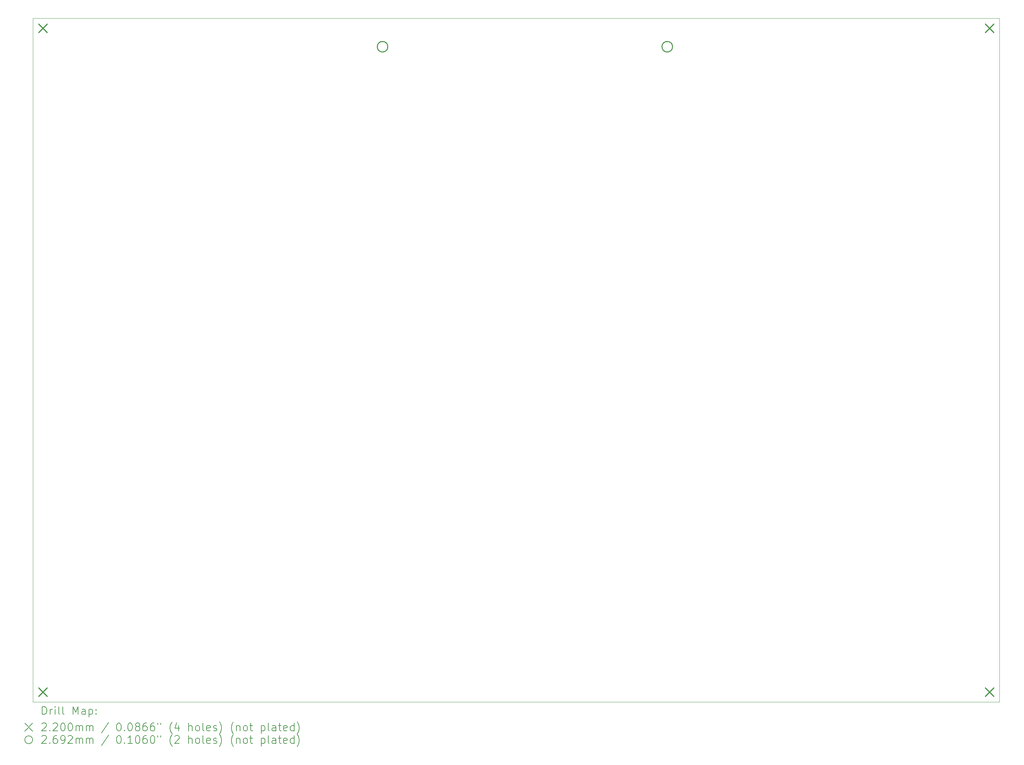
<source format=gbr>
%TF.GenerationSoftware,KiCad,Pcbnew,7.0.2*%
%TF.CreationDate,2023-07-28T09:11:51+01:00*%
%TF.ProjectId,Air quality project,41697220-7175-4616-9c69-74792070726f,rev?*%
%TF.SameCoordinates,Original*%
%TF.FileFunction,Drillmap*%
%TF.FilePolarity,Positive*%
%FSLAX45Y45*%
G04 Gerber Fmt 4.5, Leading zero omitted, Abs format (unit mm)*
G04 Created by KiCad (PCBNEW 7.0.2) date 2023-07-28 09:11:51*
%MOMM*%
%LPD*%
G01*
G04 APERTURE LIST*
%ADD10C,0.100000*%
%ADD11C,0.200000*%
%ADD12C,0.220000*%
%ADD13C,0.269240*%
G04 APERTURE END LIST*
D10*
X2000000Y-2000000D02*
X26650000Y-2000000D01*
X26650000Y-19450000D01*
X2000000Y-19450000D01*
X2000000Y-2000000D01*
D11*
D12*
X2142000Y-2142000D02*
X2362000Y-2362000D01*
X2362000Y-2142000D02*
X2142000Y-2362000D01*
X2142000Y-19088000D02*
X2362000Y-19308000D01*
X2362000Y-19088000D02*
X2142000Y-19308000D01*
X26288000Y-2141000D02*
X26508000Y-2361000D01*
X26508000Y-2141000D02*
X26288000Y-2361000D01*
X26288000Y-19088000D02*
X26508000Y-19308000D01*
X26508000Y-19088000D02*
X26288000Y-19308000D01*
D13*
X11052620Y-2727000D02*
G75*
G03*
X11052620Y-2727000I-134620J0D01*
G01*
X18312620Y-2727000D02*
G75*
G03*
X18312620Y-2727000I-134620J0D01*
G01*
D11*
X2242619Y-19767524D02*
X2242619Y-19567524D01*
X2242619Y-19567524D02*
X2290238Y-19567524D01*
X2290238Y-19567524D02*
X2318810Y-19577048D01*
X2318810Y-19577048D02*
X2337857Y-19596095D01*
X2337857Y-19596095D02*
X2347381Y-19615143D01*
X2347381Y-19615143D02*
X2356905Y-19653238D01*
X2356905Y-19653238D02*
X2356905Y-19681810D01*
X2356905Y-19681810D02*
X2347381Y-19719905D01*
X2347381Y-19719905D02*
X2337857Y-19738952D01*
X2337857Y-19738952D02*
X2318810Y-19758000D01*
X2318810Y-19758000D02*
X2290238Y-19767524D01*
X2290238Y-19767524D02*
X2242619Y-19767524D01*
X2442619Y-19767524D02*
X2442619Y-19634190D01*
X2442619Y-19672286D02*
X2452143Y-19653238D01*
X2452143Y-19653238D02*
X2461667Y-19643714D01*
X2461667Y-19643714D02*
X2480714Y-19634190D01*
X2480714Y-19634190D02*
X2499762Y-19634190D01*
X2566429Y-19767524D02*
X2566429Y-19634190D01*
X2566429Y-19567524D02*
X2556905Y-19577048D01*
X2556905Y-19577048D02*
X2566429Y-19586571D01*
X2566429Y-19586571D02*
X2575952Y-19577048D01*
X2575952Y-19577048D02*
X2566429Y-19567524D01*
X2566429Y-19567524D02*
X2566429Y-19586571D01*
X2690238Y-19767524D02*
X2671190Y-19758000D01*
X2671190Y-19758000D02*
X2661667Y-19738952D01*
X2661667Y-19738952D02*
X2661667Y-19567524D01*
X2795000Y-19767524D02*
X2775952Y-19758000D01*
X2775952Y-19758000D02*
X2766429Y-19738952D01*
X2766429Y-19738952D02*
X2766429Y-19567524D01*
X3023571Y-19767524D02*
X3023571Y-19567524D01*
X3023571Y-19567524D02*
X3090238Y-19710381D01*
X3090238Y-19710381D02*
X3156905Y-19567524D01*
X3156905Y-19567524D02*
X3156905Y-19767524D01*
X3337857Y-19767524D02*
X3337857Y-19662762D01*
X3337857Y-19662762D02*
X3328333Y-19643714D01*
X3328333Y-19643714D02*
X3309286Y-19634190D01*
X3309286Y-19634190D02*
X3271190Y-19634190D01*
X3271190Y-19634190D02*
X3252143Y-19643714D01*
X3337857Y-19758000D02*
X3318809Y-19767524D01*
X3318809Y-19767524D02*
X3271190Y-19767524D01*
X3271190Y-19767524D02*
X3252143Y-19758000D01*
X3252143Y-19758000D02*
X3242619Y-19738952D01*
X3242619Y-19738952D02*
X3242619Y-19719905D01*
X3242619Y-19719905D02*
X3252143Y-19700857D01*
X3252143Y-19700857D02*
X3271190Y-19691333D01*
X3271190Y-19691333D02*
X3318809Y-19691333D01*
X3318809Y-19691333D02*
X3337857Y-19681810D01*
X3433095Y-19634190D02*
X3433095Y-19834190D01*
X3433095Y-19643714D02*
X3452143Y-19634190D01*
X3452143Y-19634190D02*
X3490238Y-19634190D01*
X3490238Y-19634190D02*
X3509286Y-19643714D01*
X3509286Y-19643714D02*
X3518809Y-19653238D01*
X3518809Y-19653238D02*
X3528333Y-19672286D01*
X3528333Y-19672286D02*
X3528333Y-19729429D01*
X3528333Y-19729429D02*
X3518809Y-19748476D01*
X3518809Y-19748476D02*
X3509286Y-19758000D01*
X3509286Y-19758000D02*
X3490238Y-19767524D01*
X3490238Y-19767524D02*
X3452143Y-19767524D01*
X3452143Y-19767524D02*
X3433095Y-19758000D01*
X3614048Y-19748476D02*
X3623571Y-19758000D01*
X3623571Y-19758000D02*
X3614048Y-19767524D01*
X3614048Y-19767524D02*
X3604524Y-19758000D01*
X3604524Y-19758000D02*
X3614048Y-19748476D01*
X3614048Y-19748476D02*
X3614048Y-19767524D01*
X3614048Y-19643714D02*
X3623571Y-19653238D01*
X3623571Y-19653238D02*
X3614048Y-19662762D01*
X3614048Y-19662762D02*
X3604524Y-19653238D01*
X3604524Y-19653238D02*
X3614048Y-19643714D01*
X3614048Y-19643714D02*
X3614048Y-19662762D01*
X1795000Y-19995000D02*
X1995000Y-20195000D01*
X1995000Y-19995000D02*
X1795000Y-20195000D01*
X2233095Y-20006571D02*
X2242619Y-19997048D01*
X2242619Y-19997048D02*
X2261667Y-19987524D01*
X2261667Y-19987524D02*
X2309286Y-19987524D01*
X2309286Y-19987524D02*
X2328333Y-19997048D01*
X2328333Y-19997048D02*
X2337857Y-20006571D01*
X2337857Y-20006571D02*
X2347381Y-20025619D01*
X2347381Y-20025619D02*
X2347381Y-20044667D01*
X2347381Y-20044667D02*
X2337857Y-20073238D01*
X2337857Y-20073238D02*
X2223571Y-20187524D01*
X2223571Y-20187524D02*
X2347381Y-20187524D01*
X2433095Y-20168476D02*
X2442619Y-20178000D01*
X2442619Y-20178000D02*
X2433095Y-20187524D01*
X2433095Y-20187524D02*
X2423571Y-20178000D01*
X2423571Y-20178000D02*
X2433095Y-20168476D01*
X2433095Y-20168476D02*
X2433095Y-20187524D01*
X2518810Y-20006571D02*
X2528333Y-19997048D01*
X2528333Y-19997048D02*
X2547381Y-19987524D01*
X2547381Y-19987524D02*
X2595000Y-19987524D01*
X2595000Y-19987524D02*
X2614048Y-19997048D01*
X2614048Y-19997048D02*
X2623571Y-20006571D01*
X2623571Y-20006571D02*
X2633095Y-20025619D01*
X2633095Y-20025619D02*
X2633095Y-20044667D01*
X2633095Y-20044667D02*
X2623571Y-20073238D01*
X2623571Y-20073238D02*
X2509286Y-20187524D01*
X2509286Y-20187524D02*
X2633095Y-20187524D01*
X2756905Y-19987524D02*
X2775952Y-19987524D01*
X2775952Y-19987524D02*
X2795000Y-19997048D01*
X2795000Y-19997048D02*
X2804524Y-20006571D01*
X2804524Y-20006571D02*
X2814048Y-20025619D01*
X2814048Y-20025619D02*
X2823571Y-20063714D01*
X2823571Y-20063714D02*
X2823571Y-20111333D01*
X2823571Y-20111333D02*
X2814048Y-20149429D01*
X2814048Y-20149429D02*
X2804524Y-20168476D01*
X2804524Y-20168476D02*
X2795000Y-20178000D01*
X2795000Y-20178000D02*
X2775952Y-20187524D01*
X2775952Y-20187524D02*
X2756905Y-20187524D01*
X2756905Y-20187524D02*
X2737857Y-20178000D01*
X2737857Y-20178000D02*
X2728333Y-20168476D01*
X2728333Y-20168476D02*
X2718810Y-20149429D01*
X2718810Y-20149429D02*
X2709286Y-20111333D01*
X2709286Y-20111333D02*
X2709286Y-20063714D01*
X2709286Y-20063714D02*
X2718810Y-20025619D01*
X2718810Y-20025619D02*
X2728333Y-20006571D01*
X2728333Y-20006571D02*
X2737857Y-19997048D01*
X2737857Y-19997048D02*
X2756905Y-19987524D01*
X2947381Y-19987524D02*
X2966429Y-19987524D01*
X2966429Y-19987524D02*
X2985476Y-19997048D01*
X2985476Y-19997048D02*
X2995000Y-20006571D01*
X2995000Y-20006571D02*
X3004524Y-20025619D01*
X3004524Y-20025619D02*
X3014048Y-20063714D01*
X3014048Y-20063714D02*
X3014048Y-20111333D01*
X3014048Y-20111333D02*
X3004524Y-20149429D01*
X3004524Y-20149429D02*
X2995000Y-20168476D01*
X2995000Y-20168476D02*
X2985476Y-20178000D01*
X2985476Y-20178000D02*
X2966429Y-20187524D01*
X2966429Y-20187524D02*
X2947381Y-20187524D01*
X2947381Y-20187524D02*
X2928333Y-20178000D01*
X2928333Y-20178000D02*
X2918809Y-20168476D01*
X2918809Y-20168476D02*
X2909286Y-20149429D01*
X2909286Y-20149429D02*
X2899762Y-20111333D01*
X2899762Y-20111333D02*
X2899762Y-20063714D01*
X2899762Y-20063714D02*
X2909286Y-20025619D01*
X2909286Y-20025619D02*
X2918809Y-20006571D01*
X2918809Y-20006571D02*
X2928333Y-19997048D01*
X2928333Y-19997048D02*
X2947381Y-19987524D01*
X3099762Y-20187524D02*
X3099762Y-20054190D01*
X3099762Y-20073238D02*
X3109286Y-20063714D01*
X3109286Y-20063714D02*
X3128333Y-20054190D01*
X3128333Y-20054190D02*
X3156905Y-20054190D01*
X3156905Y-20054190D02*
X3175952Y-20063714D01*
X3175952Y-20063714D02*
X3185476Y-20082762D01*
X3185476Y-20082762D02*
X3185476Y-20187524D01*
X3185476Y-20082762D02*
X3195000Y-20063714D01*
X3195000Y-20063714D02*
X3214048Y-20054190D01*
X3214048Y-20054190D02*
X3242619Y-20054190D01*
X3242619Y-20054190D02*
X3261667Y-20063714D01*
X3261667Y-20063714D02*
X3271190Y-20082762D01*
X3271190Y-20082762D02*
X3271190Y-20187524D01*
X3366429Y-20187524D02*
X3366429Y-20054190D01*
X3366429Y-20073238D02*
X3375952Y-20063714D01*
X3375952Y-20063714D02*
X3395000Y-20054190D01*
X3395000Y-20054190D02*
X3423571Y-20054190D01*
X3423571Y-20054190D02*
X3442619Y-20063714D01*
X3442619Y-20063714D02*
X3452143Y-20082762D01*
X3452143Y-20082762D02*
X3452143Y-20187524D01*
X3452143Y-20082762D02*
X3461667Y-20063714D01*
X3461667Y-20063714D02*
X3480714Y-20054190D01*
X3480714Y-20054190D02*
X3509286Y-20054190D01*
X3509286Y-20054190D02*
X3528333Y-20063714D01*
X3528333Y-20063714D02*
X3537857Y-20082762D01*
X3537857Y-20082762D02*
X3537857Y-20187524D01*
X3928333Y-19978000D02*
X3756905Y-20235143D01*
X4185476Y-19987524D02*
X4204524Y-19987524D01*
X4204524Y-19987524D02*
X4223572Y-19997048D01*
X4223572Y-19997048D02*
X4233095Y-20006571D01*
X4233095Y-20006571D02*
X4242619Y-20025619D01*
X4242619Y-20025619D02*
X4252143Y-20063714D01*
X4252143Y-20063714D02*
X4252143Y-20111333D01*
X4252143Y-20111333D02*
X4242619Y-20149429D01*
X4242619Y-20149429D02*
X4233095Y-20168476D01*
X4233095Y-20168476D02*
X4223572Y-20178000D01*
X4223572Y-20178000D02*
X4204524Y-20187524D01*
X4204524Y-20187524D02*
X4185476Y-20187524D01*
X4185476Y-20187524D02*
X4166429Y-20178000D01*
X4166429Y-20178000D02*
X4156905Y-20168476D01*
X4156905Y-20168476D02*
X4147381Y-20149429D01*
X4147381Y-20149429D02*
X4137857Y-20111333D01*
X4137857Y-20111333D02*
X4137857Y-20063714D01*
X4137857Y-20063714D02*
X4147381Y-20025619D01*
X4147381Y-20025619D02*
X4156905Y-20006571D01*
X4156905Y-20006571D02*
X4166429Y-19997048D01*
X4166429Y-19997048D02*
X4185476Y-19987524D01*
X4337857Y-20168476D02*
X4347381Y-20178000D01*
X4347381Y-20178000D02*
X4337857Y-20187524D01*
X4337857Y-20187524D02*
X4328334Y-20178000D01*
X4328334Y-20178000D02*
X4337857Y-20168476D01*
X4337857Y-20168476D02*
X4337857Y-20187524D01*
X4471191Y-19987524D02*
X4490238Y-19987524D01*
X4490238Y-19987524D02*
X4509286Y-19997048D01*
X4509286Y-19997048D02*
X4518810Y-20006571D01*
X4518810Y-20006571D02*
X4528334Y-20025619D01*
X4528334Y-20025619D02*
X4537857Y-20063714D01*
X4537857Y-20063714D02*
X4537857Y-20111333D01*
X4537857Y-20111333D02*
X4528334Y-20149429D01*
X4528334Y-20149429D02*
X4518810Y-20168476D01*
X4518810Y-20168476D02*
X4509286Y-20178000D01*
X4509286Y-20178000D02*
X4490238Y-20187524D01*
X4490238Y-20187524D02*
X4471191Y-20187524D01*
X4471191Y-20187524D02*
X4452143Y-20178000D01*
X4452143Y-20178000D02*
X4442619Y-20168476D01*
X4442619Y-20168476D02*
X4433095Y-20149429D01*
X4433095Y-20149429D02*
X4423572Y-20111333D01*
X4423572Y-20111333D02*
X4423572Y-20063714D01*
X4423572Y-20063714D02*
X4433095Y-20025619D01*
X4433095Y-20025619D02*
X4442619Y-20006571D01*
X4442619Y-20006571D02*
X4452143Y-19997048D01*
X4452143Y-19997048D02*
X4471191Y-19987524D01*
X4652143Y-20073238D02*
X4633095Y-20063714D01*
X4633095Y-20063714D02*
X4623572Y-20054190D01*
X4623572Y-20054190D02*
X4614048Y-20035143D01*
X4614048Y-20035143D02*
X4614048Y-20025619D01*
X4614048Y-20025619D02*
X4623572Y-20006571D01*
X4623572Y-20006571D02*
X4633095Y-19997048D01*
X4633095Y-19997048D02*
X4652143Y-19987524D01*
X4652143Y-19987524D02*
X4690238Y-19987524D01*
X4690238Y-19987524D02*
X4709286Y-19997048D01*
X4709286Y-19997048D02*
X4718810Y-20006571D01*
X4718810Y-20006571D02*
X4728334Y-20025619D01*
X4728334Y-20025619D02*
X4728334Y-20035143D01*
X4728334Y-20035143D02*
X4718810Y-20054190D01*
X4718810Y-20054190D02*
X4709286Y-20063714D01*
X4709286Y-20063714D02*
X4690238Y-20073238D01*
X4690238Y-20073238D02*
X4652143Y-20073238D01*
X4652143Y-20073238D02*
X4633095Y-20082762D01*
X4633095Y-20082762D02*
X4623572Y-20092286D01*
X4623572Y-20092286D02*
X4614048Y-20111333D01*
X4614048Y-20111333D02*
X4614048Y-20149429D01*
X4614048Y-20149429D02*
X4623572Y-20168476D01*
X4623572Y-20168476D02*
X4633095Y-20178000D01*
X4633095Y-20178000D02*
X4652143Y-20187524D01*
X4652143Y-20187524D02*
X4690238Y-20187524D01*
X4690238Y-20187524D02*
X4709286Y-20178000D01*
X4709286Y-20178000D02*
X4718810Y-20168476D01*
X4718810Y-20168476D02*
X4728334Y-20149429D01*
X4728334Y-20149429D02*
X4728334Y-20111333D01*
X4728334Y-20111333D02*
X4718810Y-20092286D01*
X4718810Y-20092286D02*
X4709286Y-20082762D01*
X4709286Y-20082762D02*
X4690238Y-20073238D01*
X4899762Y-19987524D02*
X4861667Y-19987524D01*
X4861667Y-19987524D02*
X4842619Y-19997048D01*
X4842619Y-19997048D02*
X4833095Y-20006571D01*
X4833095Y-20006571D02*
X4814048Y-20035143D01*
X4814048Y-20035143D02*
X4804524Y-20073238D01*
X4804524Y-20073238D02*
X4804524Y-20149429D01*
X4804524Y-20149429D02*
X4814048Y-20168476D01*
X4814048Y-20168476D02*
X4823572Y-20178000D01*
X4823572Y-20178000D02*
X4842619Y-20187524D01*
X4842619Y-20187524D02*
X4880715Y-20187524D01*
X4880715Y-20187524D02*
X4899762Y-20178000D01*
X4899762Y-20178000D02*
X4909286Y-20168476D01*
X4909286Y-20168476D02*
X4918810Y-20149429D01*
X4918810Y-20149429D02*
X4918810Y-20101810D01*
X4918810Y-20101810D02*
X4909286Y-20082762D01*
X4909286Y-20082762D02*
X4899762Y-20073238D01*
X4899762Y-20073238D02*
X4880715Y-20063714D01*
X4880715Y-20063714D02*
X4842619Y-20063714D01*
X4842619Y-20063714D02*
X4823572Y-20073238D01*
X4823572Y-20073238D02*
X4814048Y-20082762D01*
X4814048Y-20082762D02*
X4804524Y-20101810D01*
X5090238Y-19987524D02*
X5052143Y-19987524D01*
X5052143Y-19987524D02*
X5033095Y-19997048D01*
X5033095Y-19997048D02*
X5023572Y-20006571D01*
X5023572Y-20006571D02*
X5004524Y-20035143D01*
X5004524Y-20035143D02*
X4995000Y-20073238D01*
X4995000Y-20073238D02*
X4995000Y-20149429D01*
X4995000Y-20149429D02*
X5004524Y-20168476D01*
X5004524Y-20168476D02*
X5014048Y-20178000D01*
X5014048Y-20178000D02*
X5033095Y-20187524D01*
X5033095Y-20187524D02*
X5071191Y-20187524D01*
X5071191Y-20187524D02*
X5090238Y-20178000D01*
X5090238Y-20178000D02*
X5099762Y-20168476D01*
X5099762Y-20168476D02*
X5109286Y-20149429D01*
X5109286Y-20149429D02*
X5109286Y-20101810D01*
X5109286Y-20101810D02*
X5099762Y-20082762D01*
X5099762Y-20082762D02*
X5090238Y-20073238D01*
X5090238Y-20073238D02*
X5071191Y-20063714D01*
X5071191Y-20063714D02*
X5033095Y-20063714D01*
X5033095Y-20063714D02*
X5014048Y-20073238D01*
X5014048Y-20073238D02*
X5004524Y-20082762D01*
X5004524Y-20082762D02*
X4995000Y-20101810D01*
X5185476Y-19987524D02*
X5185476Y-20025619D01*
X5261667Y-19987524D02*
X5261667Y-20025619D01*
X5556905Y-20263714D02*
X5547381Y-20254190D01*
X5547381Y-20254190D02*
X5528334Y-20225619D01*
X5528334Y-20225619D02*
X5518810Y-20206571D01*
X5518810Y-20206571D02*
X5509286Y-20178000D01*
X5509286Y-20178000D02*
X5499762Y-20130381D01*
X5499762Y-20130381D02*
X5499762Y-20092286D01*
X5499762Y-20092286D02*
X5509286Y-20044667D01*
X5509286Y-20044667D02*
X5518810Y-20016095D01*
X5518810Y-20016095D02*
X5528334Y-19997048D01*
X5528334Y-19997048D02*
X5547381Y-19968476D01*
X5547381Y-19968476D02*
X5556905Y-19958952D01*
X5718810Y-20054190D02*
X5718810Y-20187524D01*
X5671191Y-19978000D02*
X5623572Y-20120857D01*
X5623572Y-20120857D02*
X5747381Y-20120857D01*
X5975953Y-20187524D02*
X5975953Y-19987524D01*
X6061667Y-20187524D02*
X6061667Y-20082762D01*
X6061667Y-20082762D02*
X6052143Y-20063714D01*
X6052143Y-20063714D02*
X6033096Y-20054190D01*
X6033096Y-20054190D02*
X6004524Y-20054190D01*
X6004524Y-20054190D02*
X5985476Y-20063714D01*
X5985476Y-20063714D02*
X5975953Y-20073238D01*
X6185476Y-20187524D02*
X6166429Y-20178000D01*
X6166429Y-20178000D02*
X6156905Y-20168476D01*
X6156905Y-20168476D02*
X6147381Y-20149429D01*
X6147381Y-20149429D02*
X6147381Y-20092286D01*
X6147381Y-20092286D02*
X6156905Y-20073238D01*
X6156905Y-20073238D02*
X6166429Y-20063714D01*
X6166429Y-20063714D02*
X6185476Y-20054190D01*
X6185476Y-20054190D02*
X6214048Y-20054190D01*
X6214048Y-20054190D02*
X6233096Y-20063714D01*
X6233096Y-20063714D02*
X6242619Y-20073238D01*
X6242619Y-20073238D02*
X6252143Y-20092286D01*
X6252143Y-20092286D02*
X6252143Y-20149429D01*
X6252143Y-20149429D02*
X6242619Y-20168476D01*
X6242619Y-20168476D02*
X6233096Y-20178000D01*
X6233096Y-20178000D02*
X6214048Y-20187524D01*
X6214048Y-20187524D02*
X6185476Y-20187524D01*
X6366429Y-20187524D02*
X6347381Y-20178000D01*
X6347381Y-20178000D02*
X6337857Y-20158952D01*
X6337857Y-20158952D02*
X6337857Y-19987524D01*
X6518810Y-20178000D02*
X6499762Y-20187524D01*
X6499762Y-20187524D02*
X6461667Y-20187524D01*
X6461667Y-20187524D02*
X6442619Y-20178000D01*
X6442619Y-20178000D02*
X6433096Y-20158952D01*
X6433096Y-20158952D02*
X6433096Y-20082762D01*
X6433096Y-20082762D02*
X6442619Y-20063714D01*
X6442619Y-20063714D02*
X6461667Y-20054190D01*
X6461667Y-20054190D02*
X6499762Y-20054190D01*
X6499762Y-20054190D02*
X6518810Y-20063714D01*
X6518810Y-20063714D02*
X6528334Y-20082762D01*
X6528334Y-20082762D02*
X6528334Y-20101810D01*
X6528334Y-20101810D02*
X6433096Y-20120857D01*
X6604524Y-20178000D02*
X6623572Y-20187524D01*
X6623572Y-20187524D02*
X6661667Y-20187524D01*
X6661667Y-20187524D02*
X6680715Y-20178000D01*
X6680715Y-20178000D02*
X6690238Y-20158952D01*
X6690238Y-20158952D02*
X6690238Y-20149429D01*
X6690238Y-20149429D02*
X6680715Y-20130381D01*
X6680715Y-20130381D02*
X6661667Y-20120857D01*
X6661667Y-20120857D02*
X6633096Y-20120857D01*
X6633096Y-20120857D02*
X6614048Y-20111333D01*
X6614048Y-20111333D02*
X6604524Y-20092286D01*
X6604524Y-20092286D02*
X6604524Y-20082762D01*
X6604524Y-20082762D02*
X6614048Y-20063714D01*
X6614048Y-20063714D02*
X6633096Y-20054190D01*
X6633096Y-20054190D02*
X6661667Y-20054190D01*
X6661667Y-20054190D02*
X6680715Y-20063714D01*
X6756905Y-20263714D02*
X6766429Y-20254190D01*
X6766429Y-20254190D02*
X6785477Y-20225619D01*
X6785477Y-20225619D02*
X6795000Y-20206571D01*
X6795000Y-20206571D02*
X6804524Y-20178000D01*
X6804524Y-20178000D02*
X6814048Y-20130381D01*
X6814048Y-20130381D02*
X6814048Y-20092286D01*
X6814048Y-20092286D02*
X6804524Y-20044667D01*
X6804524Y-20044667D02*
X6795000Y-20016095D01*
X6795000Y-20016095D02*
X6785477Y-19997048D01*
X6785477Y-19997048D02*
X6766429Y-19968476D01*
X6766429Y-19968476D02*
X6756905Y-19958952D01*
X7118810Y-20263714D02*
X7109286Y-20254190D01*
X7109286Y-20254190D02*
X7090238Y-20225619D01*
X7090238Y-20225619D02*
X7080715Y-20206571D01*
X7080715Y-20206571D02*
X7071191Y-20178000D01*
X7071191Y-20178000D02*
X7061667Y-20130381D01*
X7061667Y-20130381D02*
X7061667Y-20092286D01*
X7061667Y-20092286D02*
X7071191Y-20044667D01*
X7071191Y-20044667D02*
X7080715Y-20016095D01*
X7080715Y-20016095D02*
X7090238Y-19997048D01*
X7090238Y-19997048D02*
X7109286Y-19968476D01*
X7109286Y-19968476D02*
X7118810Y-19958952D01*
X7195000Y-20054190D02*
X7195000Y-20187524D01*
X7195000Y-20073238D02*
X7204524Y-20063714D01*
X7204524Y-20063714D02*
X7223572Y-20054190D01*
X7223572Y-20054190D02*
X7252143Y-20054190D01*
X7252143Y-20054190D02*
X7271191Y-20063714D01*
X7271191Y-20063714D02*
X7280715Y-20082762D01*
X7280715Y-20082762D02*
X7280715Y-20187524D01*
X7404524Y-20187524D02*
X7385477Y-20178000D01*
X7385477Y-20178000D02*
X7375953Y-20168476D01*
X7375953Y-20168476D02*
X7366429Y-20149429D01*
X7366429Y-20149429D02*
X7366429Y-20092286D01*
X7366429Y-20092286D02*
X7375953Y-20073238D01*
X7375953Y-20073238D02*
X7385477Y-20063714D01*
X7385477Y-20063714D02*
X7404524Y-20054190D01*
X7404524Y-20054190D02*
X7433096Y-20054190D01*
X7433096Y-20054190D02*
X7452143Y-20063714D01*
X7452143Y-20063714D02*
X7461667Y-20073238D01*
X7461667Y-20073238D02*
X7471191Y-20092286D01*
X7471191Y-20092286D02*
X7471191Y-20149429D01*
X7471191Y-20149429D02*
X7461667Y-20168476D01*
X7461667Y-20168476D02*
X7452143Y-20178000D01*
X7452143Y-20178000D02*
X7433096Y-20187524D01*
X7433096Y-20187524D02*
X7404524Y-20187524D01*
X7528334Y-20054190D02*
X7604524Y-20054190D01*
X7556905Y-19987524D02*
X7556905Y-20158952D01*
X7556905Y-20158952D02*
X7566429Y-20178000D01*
X7566429Y-20178000D02*
X7585477Y-20187524D01*
X7585477Y-20187524D02*
X7604524Y-20187524D01*
X7823572Y-20054190D02*
X7823572Y-20254190D01*
X7823572Y-20063714D02*
X7842619Y-20054190D01*
X7842619Y-20054190D02*
X7880715Y-20054190D01*
X7880715Y-20054190D02*
X7899762Y-20063714D01*
X7899762Y-20063714D02*
X7909286Y-20073238D01*
X7909286Y-20073238D02*
X7918810Y-20092286D01*
X7918810Y-20092286D02*
X7918810Y-20149429D01*
X7918810Y-20149429D02*
X7909286Y-20168476D01*
X7909286Y-20168476D02*
X7899762Y-20178000D01*
X7899762Y-20178000D02*
X7880715Y-20187524D01*
X7880715Y-20187524D02*
X7842619Y-20187524D01*
X7842619Y-20187524D02*
X7823572Y-20178000D01*
X8033096Y-20187524D02*
X8014048Y-20178000D01*
X8014048Y-20178000D02*
X8004524Y-20158952D01*
X8004524Y-20158952D02*
X8004524Y-19987524D01*
X8195000Y-20187524D02*
X8195000Y-20082762D01*
X8195000Y-20082762D02*
X8185477Y-20063714D01*
X8185477Y-20063714D02*
X8166429Y-20054190D01*
X8166429Y-20054190D02*
X8128334Y-20054190D01*
X8128334Y-20054190D02*
X8109286Y-20063714D01*
X8195000Y-20178000D02*
X8175953Y-20187524D01*
X8175953Y-20187524D02*
X8128334Y-20187524D01*
X8128334Y-20187524D02*
X8109286Y-20178000D01*
X8109286Y-20178000D02*
X8099762Y-20158952D01*
X8099762Y-20158952D02*
X8099762Y-20139905D01*
X8099762Y-20139905D02*
X8109286Y-20120857D01*
X8109286Y-20120857D02*
X8128334Y-20111333D01*
X8128334Y-20111333D02*
X8175953Y-20111333D01*
X8175953Y-20111333D02*
X8195000Y-20101810D01*
X8261667Y-20054190D02*
X8337858Y-20054190D01*
X8290239Y-19987524D02*
X8290239Y-20158952D01*
X8290239Y-20158952D02*
X8299762Y-20178000D01*
X8299762Y-20178000D02*
X8318810Y-20187524D01*
X8318810Y-20187524D02*
X8337858Y-20187524D01*
X8480715Y-20178000D02*
X8461667Y-20187524D01*
X8461667Y-20187524D02*
X8423572Y-20187524D01*
X8423572Y-20187524D02*
X8404524Y-20178000D01*
X8404524Y-20178000D02*
X8395001Y-20158952D01*
X8395001Y-20158952D02*
X8395001Y-20082762D01*
X8395001Y-20082762D02*
X8404524Y-20063714D01*
X8404524Y-20063714D02*
X8423572Y-20054190D01*
X8423572Y-20054190D02*
X8461667Y-20054190D01*
X8461667Y-20054190D02*
X8480715Y-20063714D01*
X8480715Y-20063714D02*
X8490239Y-20082762D01*
X8490239Y-20082762D02*
X8490239Y-20101810D01*
X8490239Y-20101810D02*
X8395001Y-20120857D01*
X8661667Y-20187524D02*
X8661667Y-19987524D01*
X8661667Y-20178000D02*
X8642620Y-20187524D01*
X8642620Y-20187524D02*
X8604524Y-20187524D01*
X8604524Y-20187524D02*
X8585477Y-20178000D01*
X8585477Y-20178000D02*
X8575953Y-20168476D01*
X8575953Y-20168476D02*
X8566429Y-20149429D01*
X8566429Y-20149429D02*
X8566429Y-20092286D01*
X8566429Y-20092286D02*
X8575953Y-20073238D01*
X8575953Y-20073238D02*
X8585477Y-20063714D01*
X8585477Y-20063714D02*
X8604524Y-20054190D01*
X8604524Y-20054190D02*
X8642620Y-20054190D01*
X8642620Y-20054190D02*
X8661667Y-20063714D01*
X8737858Y-20263714D02*
X8747382Y-20254190D01*
X8747382Y-20254190D02*
X8766429Y-20225619D01*
X8766429Y-20225619D02*
X8775953Y-20206571D01*
X8775953Y-20206571D02*
X8785477Y-20178000D01*
X8785477Y-20178000D02*
X8795001Y-20130381D01*
X8795001Y-20130381D02*
X8795001Y-20092286D01*
X8795001Y-20092286D02*
X8785477Y-20044667D01*
X8785477Y-20044667D02*
X8775953Y-20016095D01*
X8775953Y-20016095D02*
X8766429Y-19997048D01*
X8766429Y-19997048D02*
X8747382Y-19968476D01*
X8747382Y-19968476D02*
X8737858Y-19958952D01*
X1995000Y-20415000D02*
G75*
G03*
X1995000Y-20415000I-100000J0D01*
G01*
X2233095Y-20326571D02*
X2242619Y-20317048D01*
X2242619Y-20317048D02*
X2261667Y-20307524D01*
X2261667Y-20307524D02*
X2309286Y-20307524D01*
X2309286Y-20307524D02*
X2328333Y-20317048D01*
X2328333Y-20317048D02*
X2337857Y-20326571D01*
X2337857Y-20326571D02*
X2347381Y-20345619D01*
X2347381Y-20345619D02*
X2347381Y-20364667D01*
X2347381Y-20364667D02*
X2337857Y-20393238D01*
X2337857Y-20393238D02*
X2223571Y-20507524D01*
X2223571Y-20507524D02*
X2347381Y-20507524D01*
X2433095Y-20488476D02*
X2442619Y-20498000D01*
X2442619Y-20498000D02*
X2433095Y-20507524D01*
X2433095Y-20507524D02*
X2423571Y-20498000D01*
X2423571Y-20498000D02*
X2433095Y-20488476D01*
X2433095Y-20488476D02*
X2433095Y-20507524D01*
X2614048Y-20307524D02*
X2575952Y-20307524D01*
X2575952Y-20307524D02*
X2556905Y-20317048D01*
X2556905Y-20317048D02*
X2547381Y-20326571D01*
X2547381Y-20326571D02*
X2528333Y-20355143D01*
X2528333Y-20355143D02*
X2518810Y-20393238D01*
X2518810Y-20393238D02*
X2518810Y-20469429D01*
X2518810Y-20469429D02*
X2528333Y-20488476D01*
X2528333Y-20488476D02*
X2537857Y-20498000D01*
X2537857Y-20498000D02*
X2556905Y-20507524D01*
X2556905Y-20507524D02*
X2595000Y-20507524D01*
X2595000Y-20507524D02*
X2614048Y-20498000D01*
X2614048Y-20498000D02*
X2623571Y-20488476D01*
X2623571Y-20488476D02*
X2633095Y-20469429D01*
X2633095Y-20469429D02*
X2633095Y-20421810D01*
X2633095Y-20421810D02*
X2623571Y-20402762D01*
X2623571Y-20402762D02*
X2614048Y-20393238D01*
X2614048Y-20393238D02*
X2595000Y-20383714D01*
X2595000Y-20383714D02*
X2556905Y-20383714D01*
X2556905Y-20383714D02*
X2537857Y-20393238D01*
X2537857Y-20393238D02*
X2528333Y-20402762D01*
X2528333Y-20402762D02*
X2518810Y-20421810D01*
X2728333Y-20507524D02*
X2766429Y-20507524D01*
X2766429Y-20507524D02*
X2785476Y-20498000D01*
X2785476Y-20498000D02*
X2795000Y-20488476D01*
X2795000Y-20488476D02*
X2814048Y-20459905D01*
X2814048Y-20459905D02*
X2823571Y-20421810D01*
X2823571Y-20421810D02*
X2823571Y-20345619D01*
X2823571Y-20345619D02*
X2814048Y-20326571D01*
X2814048Y-20326571D02*
X2804524Y-20317048D01*
X2804524Y-20317048D02*
X2785476Y-20307524D01*
X2785476Y-20307524D02*
X2747381Y-20307524D01*
X2747381Y-20307524D02*
X2728333Y-20317048D01*
X2728333Y-20317048D02*
X2718810Y-20326571D01*
X2718810Y-20326571D02*
X2709286Y-20345619D01*
X2709286Y-20345619D02*
X2709286Y-20393238D01*
X2709286Y-20393238D02*
X2718810Y-20412286D01*
X2718810Y-20412286D02*
X2728333Y-20421810D01*
X2728333Y-20421810D02*
X2747381Y-20431333D01*
X2747381Y-20431333D02*
X2785476Y-20431333D01*
X2785476Y-20431333D02*
X2804524Y-20421810D01*
X2804524Y-20421810D02*
X2814048Y-20412286D01*
X2814048Y-20412286D02*
X2823571Y-20393238D01*
X2899762Y-20326571D02*
X2909286Y-20317048D01*
X2909286Y-20317048D02*
X2928333Y-20307524D01*
X2928333Y-20307524D02*
X2975952Y-20307524D01*
X2975952Y-20307524D02*
X2995000Y-20317048D01*
X2995000Y-20317048D02*
X3004524Y-20326571D01*
X3004524Y-20326571D02*
X3014048Y-20345619D01*
X3014048Y-20345619D02*
X3014048Y-20364667D01*
X3014048Y-20364667D02*
X3004524Y-20393238D01*
X3004524Y-20393238D02*
X2890238Y-20507524D01*
X2890238Y-20507524D02*
X3014048Y-20507524D01*
X3099762Y-20507524D02*
X3099762Y-20374190D01*
X3099762Y-20393238D02*
X3109286Y-20383714D01*
X3109286Y-20383714D02*
X3128333Y-20374190D01*
X3128333Y-20374190D02*
X3156905Y-20374190D01*
X3156905Y-20374190D02*
X3175952Y-20383714D01*
X3175952Y-20383714D02*
X3185476Y-20402762D01*
X3185476Y-20402762D02*
X3185476Y-20507524D01*
X3185476Y-20402762D02*
X3195000Y-20383714D01*
X3195000Y-20383714D02*
X3214048Y-20374190D01*
X3214048Y-20374190D02*
X3242619Y-20374190D01*
X3242619Y-20374190D02*
X3261667Y-20383714D01*
X3261667Y-20383714D02*
X3271190Y-20402762D01*
X3271190Y-20402762D02*
X3271190Y-20507524D01*
X3366429Y-20507524D02*
X3366429Y-20374190D01*
X3366429Y-20393238D02*
X3375952Y-20383714D01*
X3375952Y-20383714D02*
X3395000Y-20374190D01*
X3395000Y-20374190D02*
X3423571Y-20374190D01*
X3423571Y-20374190D02*
X3442619Y-20383714D01*
X3442619Y-20383714D02*
X3452143Y-20402762D01*
X3452143Y-20402762D02*
X3452143Y-20507524D01*
X3452143Y-20402762D02*
X3461667Y-20383714D01*
X3461667Y-20383714D02*
X3480714Y-20374190D01*
X3480714Y-20374190D02*
X3509286Y-20374190D01*
X3509286Y-20374190D02*
X3528333Y-20383714D01*
X3528333Y-20383714D02*
X3537857Y-20402762D01*
X3537857Y-20402762D02*
X3537857Y-20507524D01*
X3928333Y-20298000D02*
X3756905Y-20555143D01*
X4185476Y-20307524D02*
X4204524Y-20307524D01*
X4204524Y-20307524D02*
X4223572Y-20317048D01*
X4223572Y-20317048D02*
X4233095Y-20326571D01*
X4233095Y-20326571D02*
X4242619Y-20345619D01*
X4242619Y-20345619D02*
X4252143Y-20383714D01*
X4252143Y-20383714D02*
X4252143Y-20431333D01*
X4252143Y-20431333D02*
X4242619Y-20469429D01*
X4242619Y-20469429D02*
X4233095Y-20488476D01*
X4233095Y-20488476D02*
X4223572Y-20498000D01*
X4223572Y-20498000D02*
X4204524Y-20507524D01*
X4204524Y-20507524D02*
X4185476Y-20507524D01*
X4185476Y-20507524D02*
X4166429Y-20498000D01*
X4166429Y-20498000D02*
X4156905Y-20488476D01*
X4156905Y-20488476D02*
X4147381Y-20469429D01*
X4147381Y-20469429D02*
X4137857Y-20431333D01*
X4137857Y-20431333D02*
X4137857Y-20383714D01*
X4137857Y-20383714D02*
X4147381Y-20345619D01*
X4147381Y-20345619D02*
X4156905Y-20326571D01*
X4156905Y-20326571D02*
X4166429Y-20317048D01*
X4166429Y-20317048D02*
X4185476Y-20307524D01*
X4337857Y-20488476D02*
X4347381Y-20498000D01*
X4347381Y-20498000D02*
X4337857Y-20507524D01*
X4337857Y-20507524D02*
X4328334Y-20498000D01*
X4328334Y-20498000D02*
X4337857Y-20488476D01*
X4337857Y-20488476D02*
X4337857Y-20507524D01*
X4537857Y-20507524D02*
X4423572Y-20507524D01*
X4480714Y-20507524D02*
X4480714Y-20307524D01*
X4480714Y-20307524D02*
X4461667Y-20336095D01*
X4461667Y-20336095D02*
X4442619Y-20355143D01*
X4442619Y-20355143D02*
X4423572Y-20364667D01*
X4661667Y-20307524D02*
X4680715Y-20307524D01*
X4680715Y-20307524D02*
X4699762Y-20317048D01*
X4699762Y-20317048D02*
X4709286Y-20326571D01*
X4709286Y-20326571D02*
X4718810Y-20345619D01*
X4718810Y-20345619D02*
X4728334Y-20383714D01*
X4728334Y-20383714D02*
X4728334Y-20431333D01*
X4728334Y-20431333D02*
X4718810Y-20469429D01*
X4718810Y-20469429D02*
X4709286Y-20488476D01*
X4709286Y-20488476D02*
X4699762Y-20498000D01*
X4699762Y-20498000D02*
X4680715Y-20507524D01*
X4680715Y-20507524D02*
X4661667Y-20507524D01*
X4661667Y-20507524D02*
X4642619Y-20498000D01*
X4642619Y-20498000D02*
X4633095Y-20488476D01*
X4633095Y-20488476D02*
X4623572Y-20469429D01*
X4623572Y-20469429D02*
X4614048Y-20431333D01*
X4614048Y-20431333D02*
X4614048Y-20383714D01*
X4614048Y-20383714D02*
X4623572Y-20345619D01*
X4623572Y-20345619D02*
X4633095Y-20326571D01*
X4633095Y-20326571D02*
X4642619Y-20317048D01*
X4642619Y-20317048D02*
X4661667Y-20307524D01*
X4899762Y-20307524D02*
X4861667Y-20307524D01*
X4861667Y-20307524D02*
X4842619Y-20317048D01*
X4842619Y-20317048D02*
X4833095Y-20326571D01*
X4833095Y-20326571D02*
X4814048Y-20355143D01*
X4814048Y-20355143D02*
X4804524Y-20393238D01*
X4804524Y-20393238D02*
X4804524Y-20469429D01*
X4804524Y-20469429D02*
X4814048Y-20488476D01*
X4814048Y-20488476D02*
X4823572Y-20498000D01*
X4823572Y-20498000D02*
X4842619Y-20507524D01*
X4842619Y-20507524D02*
X4880715Y-20507524D01*
X4880715Y-20507524D02*
X4899762Y-20498000D01*
X4899762Y-20498000D02*
X4909286Y-20488476D01*
X4909286Y-20488476D02*
X4918810Y-20469429D01*
X4918810Y-20469429D02*
X4918810Y-20421810D01*
X4918810Y-20421810D02*
X4909286Y-20402762D01*
X4909286Y-20402762D02*
X4899762Y-20393238D01*
X4899762Y-20393238D02*
X4880715Y-20383714D01*
X4880715Y-20383714D02*
X4842619Y-20383714D01*
X4842619Y-20383714D02*
X4823572Y-20393238D01*
X4823572Y-20393238D02*
X4814048Y-20402762D01*
X4814048Y-20402762D02*
X4804524Y-20421810D01*
X5042619Y-20307524D02*
X5061667Y-20307524D01*
X5061667Y-20307524D02*
X5080715Y-20317048D01*
X5080715Y-20317048D02*
X5090238Y-20326571D01*
X5090238Y-20326571D02*
X5099762Y-20345619D01*
X5099762Y-20345619D02*
X5109286Y-20383714D01*
X5109286Y-20383714D02*
X5109286Y-20431333D01*
X5109286Y-20431333D02*
X5099762Y-20469429D01*
X5099762Y-20469429D02*
X5090238Y-20488476D01*
X5090238Y-20488476D02*
X5080715Y-20498000D01*
X5080715Y-20498000D02*
X5061667Y-20507524D01*
X5061667Y-20507524D02*
X5042619Y-20507524D01*
X5042619Y-20507524D02*
X5023572Y-20498000D01*
X5023572Y-20498000D02*
X5014048Y-20488476D01*
X5014048Y-20488476D02*
X5004524Y-20469429D01*
X5004524Y-20469429D02*
X4995000Y-20431333D01*
X4995000Y-20431333D02*
X4995000Y-20383714D01*
X4995000Y-20383714D02*
X5004524Y-20345619D01*
X5004524Y-20345619D02*
X5014048Y-20326571D01*
X5014048Y-20326571D02*
X5023572Y-20317048D01*
X5023572Y-20317048D02*
X5042619Y-20307524D01*
X5185476Y-20307524D02*
X5185476Y-20345619D01*
X5261667Y-20307524D02*
X5261667Y-20345619D01*
X5556905Y-20583714D02*
X5547381Y-20574190D01*
X5547381Y-20574190D02*
X5528334Y-20545619D01*
X5528334Y-20545619D02*
X5518810Y-20526571D01*
X5518810Y-20526571D02*
X5509286Y-20498000D01*
X5509286Y-20498000D02*
X5499762Y-20450381D01*
X5499762Y-20450381D02*
X5499762Y-20412286D01*
X5499762Y-20412286D02*
X5509286Y-20364667D01*
X5509286Y-20364667D02*
X5518810Y-20336095D01*
X5518810Y-20336095D02*
X5528334Y-20317048D01*
X5528334Y-20317048D02*
X5547381Y-20288476D01*
X5547381Y-20288476D02*
X5556905Y-20278952D01*
X5623572Y-20326571D02*
X5633095Y-20317048D01*
X5633095Y-20317048D02*
X5652143Y-20307524D01*
X5652143Y-20307524D02*
X5699762Y-20307524D01*
X5699762Y-20307524D02*
X5718810Y-20317048D01*
X5718810Y-20317048D02*
X5728334Y-20326571D01*
X5728334Y-20326571D02*
X5737857Y-20345619D01*
X5737857Y-20345619D02*
X5737857Y-20364667D01*
X5737857Y-20364667D02*
X5728334Y-20393238D01*
X5728334Y-20393238D02*
X5614048Y-20507524D01*
X5614048Y-20507524D02*
X5737857Y-20507524D01*
X5975953Y-20507524D02*
X5975953Y-20307524D01*
X6061667Y-20507524D02*
X6061667Y-20402762D01*
X6061667Y-20402762D02*
X6052143Y-20383714D01*
X6052143Y-20383714D02*
X6033096Y-20374190D01*
X6033096Y-20374190D02*
X6004524Y-20374190D01*
X6004524Y-20374190D02*
X5985476Y-20383714D01*
X5985476Y-20383714D02*
X5975953Y-20393238D01*
X6185476Y-20507524D02*
X6166429Y-20498000D01*
X6166429Y-20498000D02*
X6156905Y-20488476D01*
X6156905Y-20488476D02*
X6147381Y-20469429D01*
X6147381Y-20469429D02*
X6147381Y-20412286D01*
X6147381Y-20412286D02*
X6156905Y-20393238D01*
X6156905Y-20393238D02*
X6166429Y-20383714D01*
X6166429Y-20383714D02*
X6185476Y-20374190D01*
X6185476Y-20374190D02*
X6214048Y-20374190D01*
X6214048Y-20374190D02*
X6233096Y-20383714D01*
X6233096Y-20383714D02*
X6242619Y-20393238D01*
X6242619Y-20393238D02*
X6252143Y-20412286D01*
X6252143Y-20412286D02*
X6252143Y-20469429D01*
X6252143Y-20469429D02*
X6242619Y-20488476D01*
X6242619Y-20488476D02*
X6233096Y-20498000D01*
X6233096Y-20498000D02*
X6214048Y-20507524D01*
X6214048Y-20507524D02*
X6185476Y-20507524D01*
X6366429Y-20507524D02*
X6347381Y-20498000D01*
X6347381Y-20498000D02*
X6337857Y-20478952D01*
X6337857Y-20478952D02*
X6337857Y-20307524D01*
X6518810Y-20498000D02*
X6499762Y-20507524D01*
X6499762Y-20507524D02*
X6461667Y-20507524D01*
X6461667Y-20507524D02*
X6442619Y-20498000D01*
X6442619Y-20498000D02*
X6433096Y-20478952D01*
X6433096Y-20478952D02*
X6433096Y-20402762D01*
X6433096Y-20402762D02*
X6442619Y-20383714D01*
X6442619Y-20383714D02*
X6461667Y-20374190D01*
X6461667Y-20374190D02*
X6499762Y-20374190D01*
X6499762Y-20374190D02*
X6518810Y-20383714D01*
X6518810Y-20383714D02*
X6528334Y-20402762D01*
X6528334Y-20402762D02*
X6528334Y-20421810D01*
X6528334Y-20421810D02*
X6433096Y-20440857D01*
X6604524Y-20498000D02*
X6623572Y-20507524D01*
X6623572Y-20507524D02*
X6661667Y-20507524D01*
X6661667Y-20507524D02*
X6680715Y-20498000D01*
X6680715Y-20498000D02*
X6690238Y-20478952D01*
X6690238Y-20478952D02*
X6690238Y-20469429D01*
X6690238Y-20469429D02*
X6680715Y-20450381D01*
X6680715Y-20450381D02*
X6661667Y-20440857D01*
X6661667Y-20440857D02*
X6633096Y-20440857D01*
X6633096Y-20440857D02*
X6614048Y-20431333D01*
X6614048Y-20431333D02*
X6604524Y-20412286D01*
X6604524Y-20412286D02*
X6604524Y-20402762D01*
X6604524Y-20402762D02*
X6614048Y-20383714D01*
X6614048Y-20383714D02*
X6633096Y-20374190D01*
X6633096Y-20374190D02*
X6661667Y-20374190D01*
X6661667Y-20374190D02*
X6680715Y-20383714D01*
X6756905Y-20583714D02*
X6766429Y-20574190D01*
X6766429Y-20574190D02*
X6785477Y-20545619D01*
X6785477Y-20545619D02*
X6795000Y-20526571D01*
X6795000Y-20526571D02*
X6804524Y-20498000D01*
X6804524Y-20498000D02*
X6814048Y-20450381D01*
X6814048Y-20450381D02*
X6814048Y-20412286D01*
X6814048Y-20412286D02*
X6804524Y-20364667D01*
X6804524Y-20364667D02*
X6795000Y-20336095D01*
X6795000Y-20336095D02*
X6785477Y-20317048D01*
X6785477Y-20317048D02*
X6766429Y-20288476D01*
X6766429Y-20288476D02*
X6756905Y-20278952D01*
X7118810Y-20583714D02*
X7109286Y-20574190D01*
X7109286Y-20574190D02*
X7090238Y-20545619D01*
X7090238Y-20545619D02*
X7080715Y-20526571D01*
X7080715Y-20526571D02*
X7071191Y-20498000D01*
X7071191Y-20498000D02*
X7061667Y-20450381D01*
X7061667Y-20450381D02*
X7061667Y-20412286D01*
X7061667Y-20412286D02*
X7071191Y-20364667D01*
X7071191Y-20364667D02*
X7080715Y-20336095D01*
X7080715Y-20336095D02*
X7090238Y-20317048D01*
X7090238Y-20317048D02*
X7109286Y-20288476D01*
X7109286Y-20288476D02*
X7118810Y-20278952D01*
X7195000Y-20374190D02*
X7195000Y-20507524D01*
X7195000Y-20393238D02*
X7204524Y-20383714D01*
X7204524Y-20383714D02*
X7223572Y-20374190D01*
X7223572Y-20374190D02*
X7252143Y-20374190D01*
X7252143Y-20374190D02*
X7271191Y-20383714D01*
X7271191Y-20383714D02*
X7280715Y-20402762D01*
X7280715Y-20402762D02*
X7280715Y-20507524D01*
X7404524Y-20507524D02*
X7385477Y-20498000D01*
X7385477Y-20498000D02*
X7375953Y-20488476D01*
X7375953Y-20488476D02*
X7366429Y-20469429D01*
X7366429Y-20469429D02*
X7366429Y-20412286D01*
X7366429Y-20412286D02*
X7375953Y-20393238D01*
X7375953Y-20393238D02*
X7385477Y-20383714D01*
X7385477Y-20383714D02*
X7404524Y-20374190D01*
X7404524Y-20374190D02*
X7433096Y-20374190D01*
X7433096Y-20374190D02*
X7452143Y-20383714D01*
X7452143Y-20383714D02*
X7461667Y-20393238D01*
X7461667Y-20393238D02*
X7471191Y-20412286D01*
X7471191Y-20412286D02*
X7471191Y-20469429D01*
X7471191Y-20469429D02*
X7461667Y-20488476D01*
X7461667Y-20488476D02*
X7452143Y-20498000D01*
X7452143Y-20498000D02*
X7433096Y-20507524D01*
X7433096Y-20507524D02*
X7404524Y-20507524D01*
X7528334Y-20374190D02*
X7604524Y-20374190D01*
X7556905Y-20307524D02*
X7556905Y-20478952D01*
X7556905Y-20478952D02*
X7566429Y-20498000D01*
X7566429Y-20498000D02*
X7585477Y-20507524D01*
X7585477Y-20507524D02*
X7604524Y-20507524D01*
X7823572Y-20374190D02*
X7823572Y-20574190D01*
X7823572Y-20383714D02*
X7842619Y-20374190D01*
X7842619Y-20374190D02*
X7880715Y-20374190D01*
X7880715Y-20374190D02*
X7899762Y-20383714D01*
X7899762Y-20383714D02*
X7909286Y-20393238D01*
X7909286Y-20393238D02*
X7918810Y-20412286D01*
X7918810Y-20412286D02*
X7918810Y-20469429D01*
X7918810Y-20469429D02*
X7909286Y-20488476D01*
X7909286Y-20488476D02*
X7899762Y-20498000D01*
X7899762Y-20498000D02*
X7880715Y-20507524D01*
X7880715Y-20507524D02*
X7842619Y-20507524D01*
X7842619Y-20507524D02*
X7823572Y-20498000D01*
X8033096Y-20507524D02*
X8014048Y-20498000D01*
X8014048Y-20498000D02*
X8004524Y-20478952D01*
X8004524Y-20478952D02*
X8004524Y-20307524D01*
X8195000Y-20507524D02*
X8195000Y-20402762D01*
X8195000Y-20402762D02*
X8185477Y-20383714D01*
X8185477Y-20383714D02*
X8166429Y-20374190D01*
X8166429Y-20374190D02*
X8128334Y-20374190D01*
X8128334Y-20374190D02*
X8109286Y-20383714D01*
X8195000Y-20498000D02*
X8175953Y-20507524D01*
X8175953Y-20507524D02*
X8128334Y-20507524D01*
X8128334Y-20507524D02*
X8109286Y-20498000D01*
X8109286Y-20498000D02*
X8099762Y-20478952D01*
X8099762Y-20478952D02*
X8099762Y-20459905D01*
X8099762Y-20459905D02*
X8109286Y-20440857D01*
X8109286Y-20440857D02*
X8128334Y-20431333D01*
X8128334Y-20431333D02*
X8175953Y-20431333D01*
X8175953Y-20431333D02*
X8195000Y-20421810D01*
X8261667Y-20374190D02*
X8337858Y-20374190D01*
X8290239Y-20307524D02*
X8290239Y-20478952D01*
X8290239Y-20478952D02*
X8299762Y-20498000D01*
X8299762Y-20498000D02*
X8318810Y-20507524D01*
X8318810Y-20507524D02*
X8337858Y-20507524D01*
X8480715Y-20498000D02*
X8461667Y-20507524D01*
X8461667Y-20507524D02*
X8423572Y-20507524D01*
X8423572Y-20507524D02*
X8404524Y-20498000D01*
X8404524Y-20498000D02*
X8395001Y-20478952D01*
X8395001Y-20478952D02*
X8395001Y-20402762D01*
X8395001Y-20402762D02*
X8404524Y-20383714D01*
X8404524Y-20383714D02*
X8423572Y-20374190D01*
X8423572Y-20374190D02*
X8461667Y-20374190D01*
X8461667Y-20374190D02*
X8480715Y-20383714D01*
X8480715Y-20383714D02*
X8490239Y-20402762D01*
X8490239Y-20402762D02*
X8490239Y-20421810D01*
X8490239Y-20421810D02*
X8395001Y-20440857D01*
X8661667Y-20507524D02*
X8661667Y-20307524D01*
X8661667Y-20498000D02*
X8642620Y-20507524D01*
X8642620Y-20507524D02*
X8604524Y-20507524D01*
X8604524Y-20507524D02*
X8585477Y-20498000D01*
X8585477Y-20498000D02*
X8575953Y-20488476D01*
X8575953Y-20488476D02*
X8566429Y-20469429D01*
X8566429Y-20469429D02*
X8566429Y-20412286D01*
X8566429Y-20412286D02*
X8575953Y-20393238D01*
X8575953Y-20393238D02*
X8585477Y-20383714D01*
X8585477Y-20383714D02*
X8604524Y-20374190D01*
X8604524Y-20374190D02*
X8642620Y-20374190D01*
X8642620Y-20374190D02*
X8661667Y-20383714D01*
X8737858Y-20583714D02*
X8747382Y-20574190D01*
X8747382Y-20574190D02*
X8766429Y-20545619D01*
X8766429Y-20545619D02*
X8775953Y-20526571D01*
X8775953Y-20526571D02*
X8785477Y-20498000D01*
X8785477Y-20498000D02*
X8795001Y-20450381D01*
X8795001Y-20450381D02*
X8795001Y-20412286D01*
X8795001Y-20412286D02*
X8785477Y-20364667D01*
X8785477Y-20364667D02*
X8775953Y-20336095D01*
X8775953Y-20336095D02*
X8766429Y-20317048D01*
X8766429Y-20317048D02*
X8747382Y-20288476D01*
X8747382Y-20288476D02*
X8737858Y-20278952D01*
M02*

</source>
